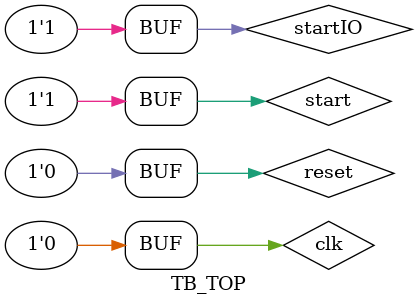
<source format=sv>
module TB_TOP();
	logic clk, reset, start, EndFlag, ReadEnable, startIO;
	logic [7:0] ByteOut;
	
	// instantiate device to be tested
	top dut(
		.clk_FPGA(clk), 
		.reset(reset), 
		.start(start), 
		.EndFlag(EndFlag),
		.clk_out(ReadEnable),
		.startIO(startIO),
		.ReadDataOut(ByteOut)
	);
	// generate clock to sequence tests
	always
	begin
		clk <= 1; # 5; clk <= 0; # 5;
	end
	
	// initialize test
	initial begin
		//startIO = 0;
		reset <= 1; # 22; reset <= 0;
		start <= 0; # 3; start <= 1;
		startIO = 1;
		
	end
	
	
	
		
endmodule
</source>
